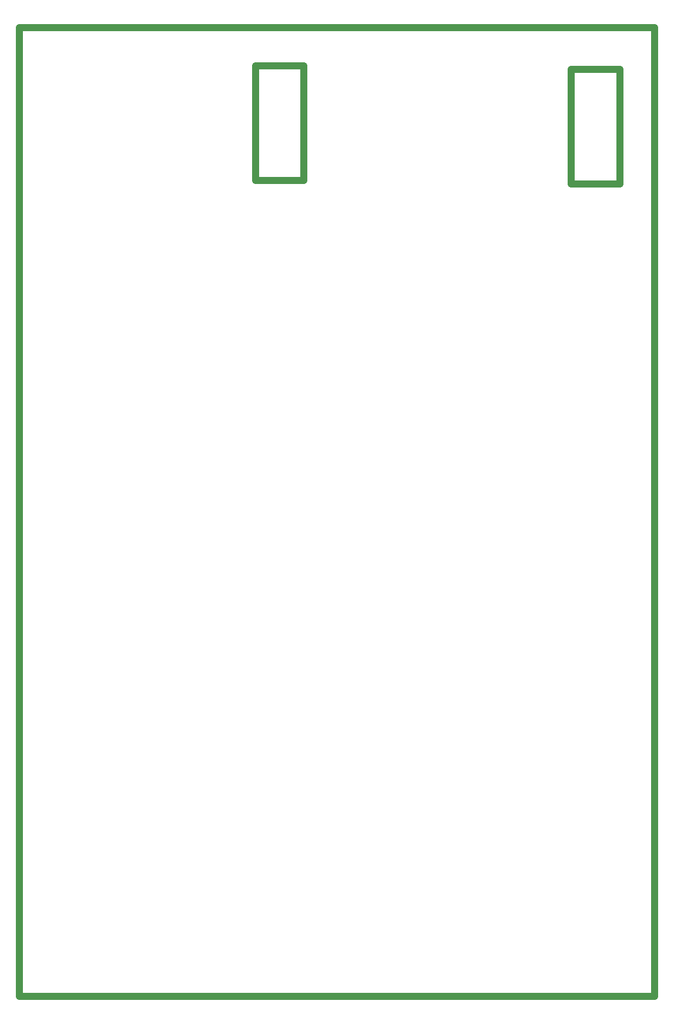
<source format=gko>
G04*
G04 #@! TF.GenerationSoftware,Altium Limited,Altium Designer,21.3.2 (30)*
G04*
G04 Layer_Color=16711935*
%FSTAX24Y24*%
%MOIN*%
G70*
G04*
G04 #@! TF.SameCoordinates,1A830F01-20DA-4C5A-9A70-DFAE4FF976D2*
G04*
G04*
G04 #@! TF.FilePolarity,Positive*
G04*
G01*
G75*
%ADD67C,0.0394*%
D67*
X032283Y07815D02*
X035039D01*
X035039Y07815D02*
X035039Y07815D01*
X035039Y071654D02*
Y07815D01*
X032283Y071654D02*
X035039D01*
X032283D02*
Y07815D01*
X050197Y071457D02*
Y077953D01*
Y071457D02*
X052953D01*
Y077953D01*
X052953Y077953D01*
X050197D02*
X052953D01*
X018898Y025394D02*
Y080315D01*
Y025394D02*
X054921D01*
Y080315D01*
X018898D02*
X054921D01*
M02*

</source>
